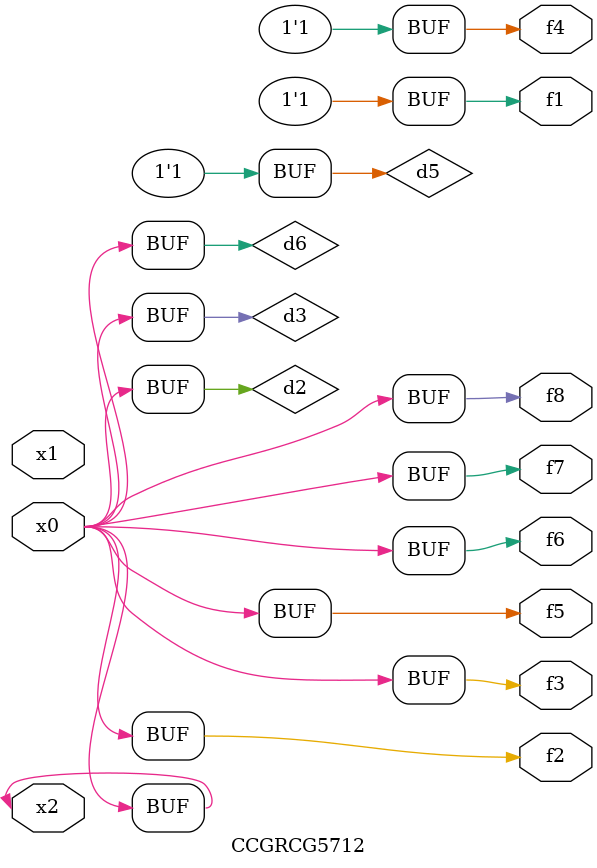
<source format=v>
module CCGRCG5712(
	input x0, x1, x2,
	output f1, f2, f3, f4, f5, f6, f7, f8
);

	wire d1, d2, d3, d4, d5, d6;

	xnor (d1, x2);
	buf (d2, x0, x2);
	and (d3, x0);
	xnor (d4, x1, x2);
	nand (d5, d1, d3);
	buf (d6, d2, d3);
	assign f1 = d5;
	assign f2 = d6;
	assign f3 = d6;
	assign f4 = d5;
	assign f5 = d6;
	assign f6 = d6;
	assign f7 = d6;
	assign f8 = d6;
endmodule

</source>
